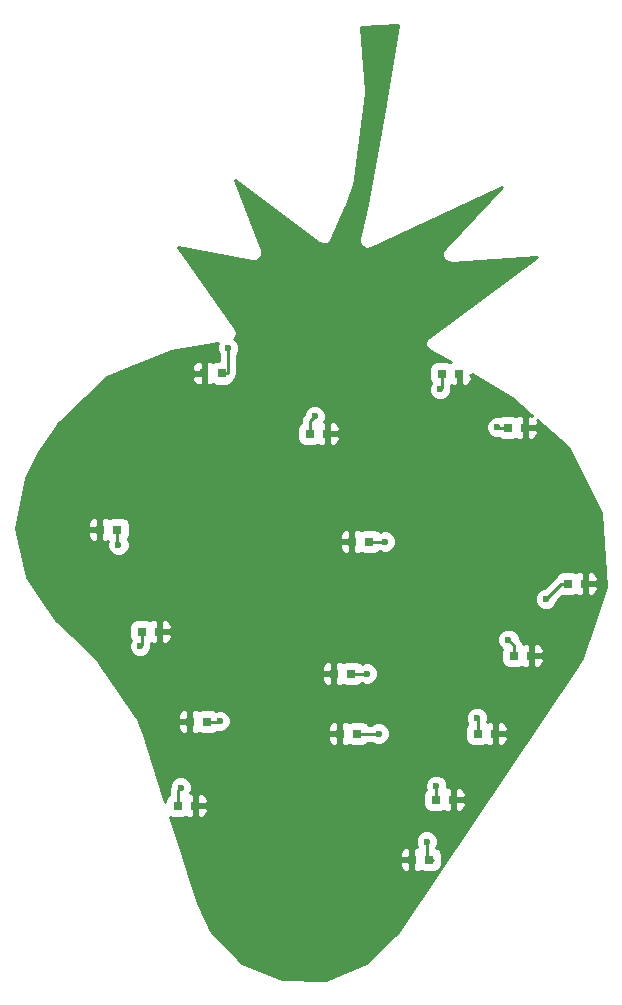
<source format=gbr>
G04 #@! TF.FileFunction,Copper,L2,Bot,Signal*
%FSLAX46Y46*%
G04 Gerber Fmt 4.6, Leading zero omitted, Abs format (unit mm)*
G04 Created by KiCad (PCBNEW 4.0.4-snap1-stable) date Wed May  1 15:14:01 2019*
%MOMM*%
%LPD*%
G01*
G04 APERTURE LIST*
%ADD10C,0.100000*%
%ADD11R,0.797560X0.797560*%
%ADD12C,1.143000*%
%ADD13C,0.600000*%
%ADD14C,0.250000*%
%ADD15C,0.254000*%
G04 APERTURE END LIST*
D10*
D11*
X140982700Y-144272000D03*
X142481300Y-144272000D03*
X174002700Y-125476000D03*
X175501300Y-125476000D03*
X162293300Y-148844000D03*
X160794700Y-148844000D03*
X144716500Y-107670600D03*
X143217900Y-107670600D03*
X143497300Y-137160000D03*
X141998700Y-137160000D03*
X169430700Y-131572000D03*
X170929300Y-131572000D03*
X156197300Y-138176000D03*
X154698700Y-138176000D03*
X163334700Y-107696000D03*
X164833300Y-107696000D03*
X137934700Y-129540000D03*
X139433300Y-129540000D03*
X166382700Y-138176000D03*
X167881300Y-138176000D03*
X155689300Y-133096000D03*
X154190700Y-133096000D03*
X168922700Y-112268000D03*
X170421300Y-112268000D03*
X135877300Y-120904000D03*
X134378700Y-120904000D03*
X162826700Y-143764000D03*
X164325300Y-143764000D03*
X157213300Y-121920000D03*
X155714700Y-121920000D03*
X152158700Y-112776000D03*
X153657300Y-112776000D03*
D12*
X157861000Y-79781400D03*
D13*
X149453600Y-121081800D03*
X169849800Y-137591800D03*
X142570200Y-129413000D03*
X160401000Y-140589000D03*
X129540000Y-120904000D03*
X141224000Y-142748000D03*
X172135800Y-126796800D03*
X162052000Y-147320000D03*
X145262600Y-105537000D03*
X144551400Y-137109200D03*
X168986200Y-130225800D03*
X157988000Y-138176000D03*
X163195000Y-109042200D03*
X137795000Y-130784600D03*
X166319200Y-136829800D03*
X156972000Y-133096000D03*
X168046400Y-112242600D03*
X135966200Y-122199400D03*
X162864800Y-142595600D03*
X158496000Y-121920000D03*
X152577800Y-111328200D03*
D14*
X140982700Y-142989300D02*
X140982700Y-144272000D01*
X141224000Y-142748000D02*
X140982700Y-142989300D01*
X173456600Y-125476000D02*
X174002700Y-125476000D01*
X172135800Y-126796800D02*
X173456600Y-125476000D01*
X162052000Y-148844000D02*
X162560000Y-148844000D01*
X162052000Y-147320000D02*
X162052000Y-148844000D01*
X145211800Y-107670600D02*
X144716500Y-107670600D01*
X145211800Y-105587800D02*
X145211800Y-107670600D01*
X145262600Y-105537000D02*
X145211800Y-105587800D01*
X144500600Y-137160000D02*
X143497300Y-137160000D01*
X144551400Y-137109200D02*
X144500600Y-137160000D01*
X169430700Y-130670300D02*
X169430700Y-131572000D01*
X168986200Y-130225800D02*
X169430700Y-130670300D01*
X157988000Y-138176000D02*
X156197300Y-138176000D01*
X163334700Y-108902500D02*
X163334700Y-107696000D01*
X163195000Y-109042200D02*
X163334700Y-108902500D01*
X137934700Y-130644900D02*
X137934700Y-129540000D01*
X137795000Y-130784600D02*
X137934700Y-130644900D01*
X166382700Y-136893300D02*
X166382700Y-138176000D01*
X166319200Y-136829800D02*
X166382700Y-136893300D01*
X156972000Y-133096000D02*
X155689300Y-133096000D01*
X168071800Y-112268000D02*
X168922700Y-112268000D01*
X168046400Y-112242600D02*
X168071800Y-112268000D01*
X135877300Y-122110500D02*
X135877300Y-120904000D01*
X135966200Y-122199400D02*
X135877300Y-122110500D01*
X135877300Y-121145300D02*
X135877300Y-120904000D01*
X162826700Y-142633700D02*
X162826700Y-143764000D01*
X162864800Y-142595600D02*
X162826700Y-142633700D01*
X158496000Y-121920000D02*
X157213300Y-121920000D01*
X152158700Y-111747300D02*
X152158700Y-112776000D01*
X152577800Y-111328200D02*
X152158700Y-111747300D01*
D15*
G36*
X158490156Y-85364336D02*
X156997771Y-93370784D01*
X156354824Y-96305388D01*
X156353121Y-96393503D01*
X156339550Y-96480581D01*
X156350560Y-96525945D01*
X156349658Y-96572612D01*
X156381802Y-96654668D01*
X156402589Y-96740314D01*
X156430119Y-96778008D01*
X156447145Y-96821472D01*
X156508248Y-96884984D01*
X156560225Y-96956152D01*
X156600086Y-96980443D01*
X156632448Y-97014081D01*
X156713203Y-97049375D01*
X156788459Y-97095236D01*
X156834578Y-97102423D01*
X156877352Y-97121118D01*
X156965467Y-97122821D01*
X157052545Y-97136392D01*
X157097909Y-97125382D01*
X157144576Y-97126284D01*
X157226632Y-97094140D01*
X157312278Y-97073353D01*
X168421350Y-91918523D01*
X163536543Y-97162707D01*
X163530824Y-97171960D01*
X163522204Y-97178592D01*
X163460767Y-97285314D01*
X163396027Y-97390063D01*
X163394285Y-97400798D01*
X163388858Y-97410225D01*
X163372936Y-97532348D01*
X163353212Y-97653885D01*
X163355710Y-97664469D01*
X163354304Y-97675256D01*
X163386328Y-97794172D01*
X163414617Y-97914009D01*
X163420977Y-97922833D01*
X163423805Y-97933335D01*
X163498884Y-98030926D01*
X163570892Y-98130834D01*
X163580145Y-98136553D01*
X163586777Y-98145173D01*
X163693499Y-98206610D01*
X163798248Y-98271350D01*
X163808983Y-98273092D01*
X163818410Y-98278519D01*
X163940533Y-98294441D01*
X164062070Y-98314165D01*
X164072654Y-98311667D01*
X164083441Y-98313073D01*
X171371600Y-97826182D01*
X162215971Y-104565253D01*
X162211089Y-104570601D01*
X162204602Y-104573806D01*
X162121174Y-104669089D01*
X162035766Y-104762640D01*
X162033303Y-104769445D01*
X162028535Y-104774891D01*
X161987919Y-104894854D01*
X161944814Y-105013962D01*
X161945143Y-105021194D01*
X161942822Y-105028049D01*
X161951206Y-105154430D01*
X161956963Y-105280959D01*
X161960034Y-105287513D01*
X161960513Y-105294736D01*
X162016614Y-105408271D01*
X162070362Y-105522984D01*
X162075710Y-105527866D01*
X162078915Y-105534353D01*
X162174198Y-105617781D01*
X162267749Y-105703189D01*
X162274554Y-105705652D01*
X162280000Y-105710420D01*
X164089077Y-106752989D01*
X164074822Y-106758893D01*
X164073030Y-106760685D01*
X163985370Y-106700789D01*
X163733480Y-106649780D01*
X162935920Y-106649780D01*
X162700603Y-106694058D01*
X162484479Y-106833130D01*
X162339489Y-107045330D01*
X162288480Y-107297220D01*
X162288480Y-108094780D01*
X162332758Y-108330097D01*
X162431376Y-108483354D01*
X162402808Y-108511873D01*
X162260162Y-108855401D01*
X162259838Y-109227367D01*
X162401883Y-109571143D01*
X162664673Y-109834392D01*
X163008201Y-109977038D01*
X163380167Y-109977362D01*
X163723943Y-109835317D01*
X163987192Y-109572527D01*
X164129838Y-109228999D01*
X164130162Y-108857033D01*
X164094700Y-108771208D01*
X164094700Y-108641341D01*
X164308211Y-108729780D01*
X164547550Y-108729780D01*
X164706300Y-108571030D01*
X164706300Y-107823000D01*
X164686300Y-107823000D01*
X164686300Y-107569000D01*
X164706300Y-107569000D01*
X164706300Y-107549000D01*
X164960300Y-107549000D01*
X164960300Y-107569000D01*
X164980300Y-107569000D01*
X164980300Y-107823000D01*
X164960300Y-107823000D01*
X164960300Y-108571030D01*
X165119050Y-108729780D01*
X165358389Y-108729780D01*
X165591778Y-108633107D01*
X165770407Y-108454479D01*
X165867080Y-108221090D01*
X165867080Y-107981750D01*
X165708332Y-107823002D01*
X165867080Y-107823002D01*
X165867080Y-107777650D01*
X169263806Y-109735179D01*
X171002317Y-111257386D01*
X170946389Y-111234220D01*
X170707050Y-111234220D01*
X170548300Y-111392970D01*
X170548300Y-112141000D01*
X171296330Y-112141000D01*
X171455080Y-111982250D01*
X171455080Y-111742910D01*
X171397176Y-111603117D01*
X174031709Y-113909865D01*
X176808623Y-119529705D01*
X177223536Y-125784436D01*
X175195119Y-131775491D01*
X174621698Y-132694479D01*
X159621713Y-154957220D01*
X156952398Y-157606027D01*
X153536264Y-159005628D01*
X149844567Y-158991391D01*
X146439329Y-157565487D01*
X143824424Y-154930337D01*
X142685976Y-152556445D01*
X141591527Y-149129750D01*
X159760920Y-149129750D01*
X159760920Y-149369090D01*
X159857593Y-149602479D01*
X160036222Y-149781107D01*
X160269611Y-149877780D01*
X160508950Y-149877780D01*
X160667700Y-149719030D01*
X160667700Y-148971000D01*
X159919670Y-148971000D01*
X159760920Y-149129750D01*
X141591527Y-149129750D01*
X141332554Y-148318910D01*
X159760920Y-148318910D01*
X159760920Y-148558250D01*
X159919670Y-148717000D01*
X160667700Y-148717000D01*
X160667700Y-147968970D01*
X160921700Y-147968970D01*
X160921700Y-148717000D01*
X160941700Y-148717000D01*
X160941700Y-148971000D01*
X160921700Y-148971000D01*
X160921700Y-149719030D01*
X161080450Y-149877780D01*
X161319789Y-149877780D01*
X161553178Y-149781107D01*
X161554970Y-149779315D01*
X161642630Y-149839211D01*
X161894520Y-149890220D01*
X162692080Y-149890220D01*
X162927397Y-149845942D01*
X163143521Y-149706870D01*
X163288511Y-149494670D01*
X163339520Y-149242780D01*
X163339520Y-148445220D01*
X163295242Y-148209903D01*
X163156170Y-147993779D01*
X162943970Y-147848789D01*
X162852520Y-147830270D01*
X162986838Y-147506799D01*
X162987162Y-147134833D01*
X162845117Y-146791057D01*
X162582327Y-146527808D01*
X162238799Y-146385162D01*
X161866833Y-146384838D01*
X161523057Y-146526883D01*
X161259808Y-146789673D01*
X161117162Y-147133201D01*
X161116838Y-147505167D01*
X161242883Y-147810220D01*
X161080450Y-147810220D01*
X160921700Y-147968970D01*
X160667700Y-147968970D01*
X160508950Y-147810220D01*
X160269611Y-147810220D01*
X160036222Y-147906893D01*
X159857593Y-148085521D01*
X159760920Y-148318910D01*
X141332554Y-148318910D01*
X140359660Y-145272806D01*
X140583920Y-145318220D01*
X141381480Y-145318220D01*
X141616797Y-145273942D01*
X141720759Y-145207044D01*
X141722822Y-145209107D01*
X141956211Y-145305780D01*
X142195550Y-145305780D01*
X142354300Y-145147030D01*
X142354300Y-144399000D01*
X142608300Y-144399000D01*
X142608300Y-145147030D01*
X142767050Y-145305780D01*
X143006389Y-145305780D01*
X143239778Y-145209107D01*
X143418407Y-145030479D01*
X143515080Y-144797090D01*
X143515080Y-144557750D01*
X143356330Y-144399000D01*
X142608300Y-144399000D01*
X142354300Y-144399000D01*
X142334300Y-144399000D01*
X142334300Y-144145000D01*
X142354300Y-144145000D01*
X142354300Y-143396970D01*
X142608300Y-143396970D01*
X142608300Y-144145000D01*
X143356330Y-144145000D01*
X143515080Y-143986250D01*
X143515080Y-143746910D01*
X143418407Y-143513521D01*
X143270106Y-143365220D01*
X161780480Y-143365220D01*
X161780480Y-144162780D01*
X161824758Y-144398097D01*
X161963830Y-144614221D01*
X162176030Y-144759211D01*
X162427920Y-144810220D01*
X163225480Y-144810220D01*
X163460797Y-144765942D01*
X163564759Y-144699044D01*
X163566822Y-144701107D01*
X163800211Y-144797780D01*
X164039550Y-144797780D01*
X164198300Y-144639030D01*
X164198300Y-143891000D01*
X164452300Y-143891000D01*
X164452300Y-144639030D01*
X164611050Y-144797780D01*
X164850389Y-144797780D01*
X165083778Y-144701107D01*
X165262407Y-144522479D01*
X165359080Y-144289090D01*
X165359080Y-144049750D01*
X165200330Y-143891000D01*
X164452300Y-143891000D01*
X164198300Y-143891000D01*
X164178300Y-143891000D01*
X164178300Y-143637000D01*
X164198300Y-143637000D01*
X164198300Y-142888970D01*
X164452300Y-142888970D01*
X164452300Y-143637000D01*
X165200330Y-143637000D01*
X165359080Y-143478250D01*
X165359080Y-143238910D01*
X165262407Y-143005521D01*
X165083778Y-142826893D01*
X164850389Y-142730220D01*
X164611050Y-142730220D01*
X164452300Y-142888970D01*
X164198300Y-142888970D01*
X164039550Y-142730220D01*
X163800211Y-142730220D01*
X163799683Y-142730439D01*
X163799962Y-142410433D01*
X163657917Y-142066657D01*
X163395127Y-141803408D01*
X163051599Y-141660762D01*
X162679633Y-141660438D01*
X162335857Y-141802483D01*
X162072608Y-142065273D01*
X161929962Y-142408801D01*
X161929638Y-142780767D01*
X161978763Y-142899660D01*
X161976479Y-142901130D01*
X161831489Y-143113330D01*
X161780480Y-143365220D01*
X143270106Y-143365220D01*
X143239778Y-143334893D01*
X143006389Y-143238220D01*
X142767050Y-143238220D01*
X142608300Y-143396970D01*
X142354300Y-143396970D01*
X142195550Y-143238220D01*
X142032846Y-143238220D01*
X142158838Y-142934799D01*
X142159162Y-142562833D01*
X142017117Y-142219057D01*
X141754327Y-141955808D01*
X141410799Y-141813162D01*
X141038833Y-141812838D01*
X140695057Y-141954883D01*
X140431808Y-142217673D01*
X140289162Y-142561201D01*
X140289054Y-142685738D01*
X140280552Y-142698461D01*
X140222700Y-142989300D01*
X140222700Y-143351074D01*
X140132479Y-143409130D01*
X139987489Y-143621330D01*
X139936480Y-143873220D01*
X139936480Y-143947840D01*
X138218201Y-138567951D01*
X138210029Y-138553186D01*
X138207318Y-138536529D01*
X138179368Y-138461750D01*
X153664920Y-138461750D01*
X153664920Y-138701090D01*
X153761593Y-138934479D01*
X153940222Y-139113107D01*
X154173611Y-139209780D01*
X154412950Y-139209780D01*
X154571700Y-139051030D01*
X154571700Y-138303000D01*
X153823670Y-138303000D01*
X153664920Y-138461750D01*
X138179368Y-138461750D01*
X137799610Y-137445750D01*
X140964920Y-137445750D01*
X140964920Y-137685090D01*
X141061593Y-137918479D01*
X141240222Y-138097107D01*
X141473611Y-138193780D01*
X141712950Y-138193780D01*
X141871700Y-138035030D01*
X141871700Y-137287000D01*
X141123670Y-137287000D01*
X140964920Y-137445750D01*
X137799610Y-137445750D01*
X137672164Y-137104783D01*
X137628024Y-137033439D01*
X137594870Y-136956368D01*
X137373722Y-136634910D01*
X140964920Y-136634910D01*
X140964920Y-136874250D01*
X141123670Y-137033000D01*
X141871700Y-137033000D01*
X141871700Y-136284970D01*
X142125700Y-136284970D01*
X142125700Y-137033000D01*
X142145700Y-137033000D01*
X142145700Y-137287000D01*
X142125700Y-137287000D01*
X142125700Y-138035030D01*
X142284450Y-138193780D01*
X142523789Y-138193780D01*
X142757178Y-138097107D01*
X142758970Y-138095315D01*
X142846630Y-138155211D01*
X143098520Y-138206220D01*
X143896080Y-138206220D01*
X144131397Y-138161942D01*
X144334226Y-138031425D01*
X144364601Y-138044038D01*
X144736567Y-138044362D01*
X145080343Y-137902317D01*
X145332189Y-137650910D01*
X153664920Y-137650910D01*
X153664920Y-137890250D01*
X153823670Y-138049000D01*
X154571700Y-138049000D01*
X154571700Y-137300970D01*
X154825700Y-137300970D01*
X154825700Y-138049000D01*
X154845700Y-138049000D01*
X154845700Y-138303000D01*
X154825700Y-138303000D01*
X154825700Y-139051030D01*
X154984450Y-139209780D01*
X155223789Y-139209780D01*
X155457178Y-139113107D01*
X155458970Y-139111315D01*
X155546630Y-139171211D01*
X155798520Y-139222220D01*
X156596080Y-139222220D01*
X156831397Y-139177942D01*
X157047521Y-139038870D01*
X157117809Y-138936000D01*
X157425537Y-138936000D01*
X157457673Y-138968192D01*
X157801201Y-139110838D01*
X158173167Y-139111162D01*
X158516943Y-138969117D01*
X158780192Y-138706327D01*
X158922838Y-138362799D01*
X158923162Y-137990833D01*
X158834900Y-137777220D01*
X165336480Y-137777220D01*
X165336480Y-138574780D01*
X165380758Y-138810097D01*
X165519830Y-139026221D01*
X165732030Y-139171211D01*
X165983920Y-139222220D01*
X166781480Y-139222220D01*
X167016797Y-139177942D01*
X167120759Y-139111044D01*
X167122822Y-139113107D01*
X167356211Y-139209780D01*
X167595550Y-139209780D01*
X167754300Y-139051030D01*
X167754300Y-138303000D01*
X168008300Y-138303000D01*
X168008300Y-139051030D01*
X168167050Y-139209780D01*
X168406389Y-139209780D01*
X168639778Y-139113107D01*
X168818407Y-138934479D01*
X168915080Y-138701090D01*
X168915080Y-138461750D01*
X168756330Y-138303000D01*
X168008300Y-138303000D01*
X167754300Y-138303000D01*
X167734300Y-138303000D01*
X167734300Y-138049000D01*
X167754300Y-138049000D01*
X167754300Y-137300970D01*
X168008300Y-137300970D01*
X168008300Y-138049000D01*
X168756330Y-138049000D01*
X168915080Y-137890250D01*
X168915080Y-137650910D01*
X168818407Y-137417521D01*
X168639778Y-137238893D01*
X168406389Y-137142220D01*
X168167050Y-137142220D01*
X168008300Y-137300970D01*
X167754300Y-137300970D01*
X167595550Y-137142220D01*
X167356211Y-137142220D01*
X167169816Y-137219427D01*
X167254038Y-137016599D01*
X167254362Y-136644633D01*
X167112317Y-136300857D01*
X166849527Y-136037608D01*
X166505999Y-135894962D01*
X166134033Y-135894638D01*
X165790257Y-136036683D01*
X165527008Y-136299473D01*
X165384362Y-136643001D01*
X165384038Y-137014967D01*
X165516749Y-137336152D01*
X165387489Y-137525330D01*
X165336480Y-137777220D01*
X158834900Y-137777220D01*
X158781117Y-137647057D01*
X158518327Y-137383808D01*
X158174799Y-137241162D01*
X157802833Y-137240838D01*
X157459057Y-137382883D01*
X157425882Y-137416000D01*
X157118226Y-137416000D01*
X157060170Y-137325779D01*
X156847970Y-137180789D01*
X156596080Y-137129780D01*
X155798520Y-137129780D01*
X155563203Y-137174058D01*
X155459241Y-137240956D01*
X155457178Y-137238893D01*
X155223789Y-137142220D01*
X154984450Y-137142220D01*
X154825700Y-137300970D01*
X154571700Y-137300970D01*
X154412950Y-137142220D01*
X154173611Y-137142220D01*
X153940222Y-137238893D01*
X153761593Y-137417521D01*
X153664920Y-137650910D01*
X145332189Y-137650910D01*
X145343592Y-137639527D01*
X145486238Y-137295999D01*
X145486562Y-136924033D01*
X145344517Y-136580257D01*
X145081727Y-136317008D01*
X144738199Y-136174362D01*
X144366233Y-136174038D01*
X144238656Y-136226752D01*
X144147970Y-136164789D01*
X143896080Y-136113780D01*
X143098520Y-136113780D01*
X142863203Y-136158058D01*
X142759241Y-136224956D01*
X142757178Y-136222893D01*
X142523789Y-136126220D01*
X142284450Y-136126220D01*
X142125700Y-136284970D01*
X141871700Y-136284970D01*
X141712950Y-136126220D01*
X141473611Y-136126220D01*
X141240222Y-136222893D01*
X141061593Y-136401521D01*
X140964920Y-136634910D01*
X137373722Y-136634910D01*
X135135695Y-133381750D01*
X153156920Y-133381750D01*
X153156920Y-133621090D01*
X153253593Y-133854479D01*
X153432222Y-134033107D01*
X153665611Y-134129780D01*
X153904950Y-134129780D01*
X154063700Y-133971030D01*
X154063700Y-133223000D01*
X153315670Y-133223000D01*
X153156920Y-133381750D01*
X135135695Y-133381750D01*
X134577874Y-132570910D01*
X153156920Y-132570910D01*
X153156920Y-132810250D01*
X153315670Y-132969000D01*
X154063700Y-132969000D01*
X154063700Y-132220970D01*
X154317700Y-132220970D01*
X154317700Y-132969000D01*
X154337700Y-132969000D01*
X154337700Y-133223000D01*
X154317700Y-133223000D01*
X154317700Y-133971030D01*
X154476450Y-134129780D01*
X154715789Y-134129780D01*
X154949178Y-134033107D01*
X154950970Y-134031315D01*
X155038630Y-134091211D01*
X155290520Y-134142220D01*
X156088080Y-134142220D01*
X156323397Y-134097942D01*
X156539521Y-133958870D01*
X156555514Y-133935463D01*
X156785201Y-134030838D01*
X157157167Y-134031162D01*
X157500943Y-133889117D01*
X157764192Y-133626327D01*
X157906838Y-133282799D01*
X157907162Y-132910833D01*
X157765117Y-132567057D01*
X157502327Y-132303808D01*
X157158799Y-132161162D01*
X156786833Y-132160838D01*
X156558280Y-132255274D01*
X156552170Y-132245779D01*
X156339970Y-132100789D01*
X156088080Y-132049780D01*
X155290520Y-132049780D01*
X155055203Y-132094058D01*
X154951241Y-132160956D01*
X154949178Y-132158893D01*
X154715789Y-132062220D01*
X154476450Y-132062220D01*
X154317700Y-132220970D01*
X154063700Y-132220970D01*
X153904950Y-132062220D01*
X153665611Y-132062220D01*
X153432222Y-132158893D01*
X153253593Y-132337521D01*
X153156920Y-132570910D01*
X134577874Y-132570910D01*
X134112234Y-131894064D01*
X134063890Y-131847012D01*
X134025648Y-131791424D01*
X133181421Y-130969767D01*
X136859838Y-130969767D01*
X137001883Y-131313543D01*
X137264673Y-131576792D01*
X137608201Y-131719438D01*
X137980167Y-131719762D01*
X138323943Y-131577717D01*
X138587192Y-131314927D01*
X138729838Y-130971399D01*
X138730162Y-130599433D01*
X138694700Y-130513608D01*
X138694700Y-130485341D01*
X138908211Y-130573780D01*
X139147550Y-130573780D01*
X139306300Y-130415030D01*
X139306300Y-129667000D01*
X139560300Y-129667000D01*
X139560300Y-130415030D01*
X139719050Y-130573780D01*
X139958389Y-130573780D01*
X140191778Y-130477107D01*
X140257918Y-130410967D01*
X168051038Y-130410967D01*
X168193083Y-130754743D01*
X168422653Y-130984714D01*
X168384480Y-131173220D01*
X168384480Y-131970780D01*
X168428758Y-132206097D01*
X168567830Y-132422221D01*
X168780030Y-132567211D01*
X169031920Y-132618220D01*
X169829480Y-132618220D01*
X170064797Y-132573942D01*
X170168759Y-132507044D01*
X170170822Y-132509107D01*
X170404211Y-132605780D01*
X170643550Y-132605780D01*
X170802300Y-132447030D01*
X170802300Y-131699000D01*
X171056300Y-131699000D01*
X171056300Y-132447030D01*
X171215050Y-132605780D01*
X171454389Y-132605780D01*
X171687778Y-132509107D01*
X171866407Y-132330479D01*
X171963080Y-132097090D01*
X171963080Y-131857750D01*
X171804330Y-131699000D01*
X171056300Y-131699000D01*
X170802300Y-131699000D01*
X170782300Y-131699000D01*
X170782300Y-131445000D01*
X170802300Y-131445000D01*
X170802300Y-130696970D01*
X171056300Y-130696970D01*
X171056300Y-131445000D01*
X171804330Y-131445000D01*
X171963080Y-131286250D01*
X171963080Y-131046910D01*
X171866407Y-130813521D01*
X171687778Y-130634893D01*
X171454389Y-130538220D01*
X171215050Y-130538220D01*
X171056300Y-130696970D01*
X170802300Y-130696970D01*
X170643550Y-130538220D01*
X170404211Y-130538220D01*
X170182680Y-130629981D01*
X170132848Y-130379461D01*
X169968101Y-130132899D01*
X169921322Y-130086120D01*
X169921362Y-130040633D01*
X169779317Y-129696857D01*
X169516527Y-129433608D01*
X169172999Y-129290962D01*
X168801033Y-129290638D01*
X168457257Y-129432683D01*
X168194008Y-129695473D01*
X168051362Y-130039001D01*
X168051038Y-130410967D01*
X140257918Y-130410967D01*
X140370407Y-130298479D01*
X140467080Y-130065090D01*
X140467080Y-129825750D01*
X140308330Y-129667000D01*
X139560300Y-129667000D01*
X139306300Y-129667000D01*
X139286300Y-129667000D01*
X139286300Y-129413000D01*
X139306300Y-129413000D01*
X139306300Y-128664970D01*
X139560300Y-128664970D01*
X139560300Y-129413000D01*
X140308330Y-129413000D01*
X140467080Y-129254250D01*
X140467080Y-129014910D01*
X140370407Y-128781521D01*
X140191778Y-128602893D01*
X139958389Y-128506220D01*
X139719050Y-128506220D01*
X139560300Y-128664970D01*
X139306300Y-128664970D01*
X139147550Y-128506220D01*
X138908211Y-128506220D01*
X138674822Y-128602893D01*
X138673030Y-128604685D01*
X138585370Y-128544789D01*
X138333480Y-128493780D01*
X137535920Y-128493780D01*
X137300603Y-128538058D01*
X137084479Y-128677130D01*
X136939489Y-128889330D01*
X136888480Y-129141220D01*
X136888480Y-129938780D01*
X136932758Y-130174097D01*
X136995569Y-130271707D01*
X136860162Y-130597801D01*
X136859838Y-130969767D01*
X133181421Y-130969767D01*
X130679294Y-128534534D01*
X129611199Y-126981967D01*
X171200638Y-126981967D01*
X171342683Y-127325743D01*
X171605473Y-127588992D01*
X171949001Y-127731638D01*
X172320967Y-127731962D01*
X172664743Y-127589917D01*
X172927992Y-127327127D01*
X173070638Y-126983599D01*
X173070679Y-126936723D01*
X173505178Y-126502224D01*
X173603920Y-126522220D01*
X174401480Y-126522220D01*
X174636797Y-126477942D01*
X174740759Y-126411044D01*
X174742822Y-126413107D01*
X174976211Y-126509780D01*
X175215550Y-126509780D01*
X175374300Y-126351030D01*
X175374300Y-125603000D01*
X175628300Y-125603000D01*
X175628300Y-126351030D01*
X175787050Y-126509780D01*
X176026389Y-126509780D01*
X176259778Y-126413107D01*
X176438407Y-126234479D01*
X176535080Y-126001090D01*
X176535080Y-125761750D01*
X176376330Y-125603000D01*
X175628300Y-125603000D01*
X175374300Y-125603000D01*
X175354300Y-125603000D01*
X175354300Y-125349000D01*
X175374300Y-125349000D01*
X175374300Y-124600970D01*
X175628300Y-124600970D01*
X175628300Y-125349000D01*
X176376330Y-125349000D01*
X176535080Y-125190250D01*
X176535080Y-124950910D01*
X176438407Y-124717521D01*
X176259778Y-124538893D01*
X176026389Y-124442220D01*
X175787050Y-124442220D01*
X175628300Y-124600970D01*
X175374300Y-124600970D01*
X175215550Y-124442220D01*
X174976211Y-124442220D01*
X174742822Y-124538893D01*
X174741030Y-124540685D01*
X174653370Y-124480789D01*
X174401480Y-124429780D01*
X173603920Y-124429780D01*
X173368603Y-124474058D01*
X173152479Y-124613130D01*
X173007489Y-124825330D01*
X172994778Y-124888099D01*
X172919199Y-124938599D01*
X171996120Y-125861678D01*
X171950633Y-125861638D01*
X171606857Y-126003683D01*
X171343608Y-126266473D01*
X171200962Y-126610001D01*
X171200638Y-126981967D01*
X129611199Y-126981967D01*
X128210865Y-124946465D01*
X127410555Y-121189750D01*
X133344920Y-121189750D01*
X133344920Y-121429090D01*
X133441593Y-121662479D01*
X133620222Y-121841107D01*
X133853611Y-121937780D01*
X134092950Y-121937780D01*
X134251700Y-121779030D01*
X134251700Y-121031000D01*
X133503670Y-121031000D01*
X133344920Y-121189750D01*
X127410555Y-121189750D01*
X127317763Y-120754180D01*
X127387137Y-120378910D01*
X133344920Y-120378910D01*
X133344920Y-120618250D01*
X133503670Y-120777000D01*
X134251700Y-120777000D01*
X134251700Y-120028970D01*
X134505700Y-120028970D01*
X134505700Y-120777000D01*
X134525700Y-120777000D01*
X134525700Y-121031000D01*
X134505700Y-121031000D01*
X134505700Y-121779030D01*
X134664450Y-121937780D01*
X134903789Y-121937780D01*
X135095385Y-121858418D01*
X135031362Y-122012601D01*
X135031038Y-122384567D01*
X135173083Y-122728343D01*
X135435873Y-122991592D01*
X135779401Y-123134238D01*
X136151367Y-123134562D01*
X136495143Y-122992517D01*
X136758392Y-122729727D01*
X136901038Y-122386199D01*
X136901195Y-122205750D01*
X154680920Y-122205750D01*
X154680920Y-122445090D01*
X154777593Y-122678479D01*
X154956222Y-122857107D01*
X155189611Y-122953780D01*
X155428950Y-122953780D01*
X155587700Y-122795030D01*
X155587700Y-122047000D01*
X154839670Y-122047000D01*
X154680920Y-122205750D01*
X136901195Y-122205750D01*
X136901362Y-122014233D01*
X136772160Y-121701539D01*
X136872511Y-121554670D01*
X136904863Y-121394910D01*
X154680920Y-121394910D01*
X154680920Y-121634250D01*
X154839670Y-121793000D01*
X155587700Y-121793000D01*
X155587700Y-121044970D01*
X155841700Y-121044970D01*
X155841700Y-121793000D01*
X155861700Y-121793000D01*
X155861700Y-122047000D01*
X155841700Y-122047000D01*
X155841700Y-122795030D01*
X156000450Y-122953780D01*
X156239789Y-122953780D01*
X156473178Y-122857107D01*
X156474970Y-122855315D01*
X156562630Y-122915211D01*
X156814520Y-122966220D01*
X157612080Y-122966220D01*
X157847397Y-122921942D01*
X158063521Y-122782870D01*
X158079514Y-122759463D01*
X158309201Y-122854838D01*
X158681167Y-122855162D01*
X159024943Y-122713117D01*
X159288192Y-122450327D01*
X159430838Y-122106799D01*
X159431162Y-121734833D01*
X159289117Y-121391057D01*
X159026327Y-121127808D01*
X158682799Y-120985162D01*
X158310833Y-120984838D01*
X158082280Y-121079274D01*
X158076170Y-121069779D01*
X157863970Y-120924789D01*
X157612080Y-120873780D01*
X156814520Y-120873780D01*
X156579203Y-120918058D01*
X156475241Y-120984956D01*
X156473178Y-120982893D01*
X156239789Y-120886220D01*
X156000450Y-120886220D01*
X155841700Y-121044970D01*
X155587700Y-121044970D01*
X155428950Y-120886220D01*
X155189611Y-120886220D01*
X154956222Y-120982893D01*
X154777593Y-121161521D01*
X154680920Y-121394910D01*
X136904863Y-121394910D01*
X136923520Y-121302780D01*
X136923520Y-120505220D01*
X136879242Y-120269903D01*
X136740170Y-120053779D01*
X136527970Y-119908789D01*
X136276080Y-119857780D01*
X135478520Y-119857780D01*
X135243203Y-119902058D01*
X135139241Y-119968956D01*
X135137178Y-119966893D01*
X134903789Y-119870220D01*
X134664450Y-119870220D01*
X134505700Y-120028970D01*
X134251700Y-120028970D01*
X134092950Y-119870220D01*
X133853611Y-119870220D01*
X133620222Y-119966893D01*
X133441593Y-120145521D01*
X133344920Y-120378910D01*
X127387137Y-120378910D01*
X128102519Y-116509176D01*
X129238008Y-114374996D01*
X130601133Y-112377220D01*
X151112480Y-112377220D01*
X151112480Y-113174780D01*
X151156758Y-113410097D01*
X151295830Y-113626221D01*
X151508030Y-113771211D01*
X151759920Y-113822220D01*
X152557480Y-113822220D01*
X152792797Y-113777942D01*
X152896759Y-113711044D01*
X152898822Y-113713107D01*
X153132211Y-113809780D01*
X153371550Y-113809780D01*
X153530300Y-113651030D01*
X153530300Y-112903000D01*
X153784300Y-112903000D01*
X153784300Y-113651030D01*
X153943050Y-113809780D01*
X154182389Y-113809780D01*
X154415778Y-113713107D01*
X154594407Y-113534479D01*
X154691080Y-113301090D01*
X154691080Y-113061750D01*
X154532330Y-112903000D01*
X153784300Y-112903000D01*
X153530300Y-112903000D01*
X153510300Y-112903000D01*
X153510300Y-112649000D01*
X153530300Y-112649000D01*
X153530300Y-111900970D01*
X153784300Y-111900970D01*
X153784300Y-112649000D01*
X154532330Y-112649000D01*
X154691080Y-112490250D01*
X154691080Y-112427767D01*
X167111238Y-112427767D01*
X167253283Y-112771543D01*
X167516073Y-113034792D01*
X167859601Y-113177438D01*
X168146863Y-113177688D01*
X168272030Y-113263211D01*
X168523920Y-113314220D01*
X169321480Y-113314220D01*
X169556797Y-113269942D01*
X169660759Y-113203044D01*
X169662822Y-113205107D01*
X169896211Y-113301780D01*
X170135550Y-113301780D01*
X170294300Y-113143030D01*
X170294300Y-112395000D01*
X170548300Y-112395000D01*
X170548300Y-113143030D01*
X170707050Y-113301780D01*
X170946389Y-113301780D01*
X171179778Y-113205107D01*
X171358407Y-113026479D01*
X171455080Y-112793090D01*
X171455080Y-112553750D01*
X171296330Y-112395000D01*
X170548300Y-112395000D01*
X170294300Y-112395000D01*
X170274300Y-112395000D01*
X170274300Y-112141000D01*
X170294300Y-112141000D01*
X170294300Y-111392970D01*
X170135550Y-111234220D01*
X169896211Y-111234220D01*
X169662822Y-111330893D01*
X169661030Y-111332685D01*
X169573370Y-111272789D01*
X169321480Y-111221780D01*
X168523920Y-111221780D01*
X168288603Y-111266058D01*
X168223806Y-111307754D01*
X167861233Y-111307438D01*
X167517457Y-111449483D01*
X167254208Y-111712273D01*
X167111562Y-112055801D01*
X167111238Y-112427767D01*
X154691080Y-112427767D01*
X154691080Y-112250910D01*
X154594407Y-112017521D01*
X154415778Y-111838893D01*
X154182389Y-111742220D01*
X153943050Y-111742220D01*
X153784300Y-111900970D01*
X153530300Y-111900970D01*
X153404574Y-111775244D01*
X153512638Y-111514999D01*
X153512962Y-111143033D01*
X153370917Y-110799257D01*
X153108127Y-110536008D01*
X152764599Y-110393362D01*
X152392633Y-110393038D01*
X152048857Y-110535083D01*
X151785608Y-110797873D01*
X151642962Y-111141401D01*
X151642921Y-111188277D01*
X151621299Y-111209899D01*
X151456552Y-111456461D01*
X151398700Y-111747300D01*
X151398700Y-111855074D01*
X151308479Y-111913130D01*
X151163489Y-112125330D01*
X151112480Y-112377220D01*
X130601133Y-112377220D01*
X130854302Y-112006180D01*
X134954206Y-107985162D01*
X135025721Y-107956350D01*
X142184120Y-107956350D01*
X142184120Y-108195690D01*
X142280793Y-108429079D01*
X142459422Y-108607707D01*
X142692811Y-108704380D01*
X142932150Y-108704380D01*
X143090900Y-108545630D01*
X143090900Y-107797600D01*
X142342870Y-107797600D01*
X142184120Y-107956350D01*
X135025721Y-107956350D01*
X137038336Y-107145510D01*
X142184120Y-107145510D01*
X142184120Y-107384850D01*
X142342870Y-107543600D01*
X143090900Y-107543600D01*
X143090900Y-106795570D01*
X142932150Y-106636820D01*
X142692811Y-106636820D01*
X142459422Y-106733493D01*
X142280793Y-106912121D01*
X142184120Y-107145510D01*
X137038336Y-107145510D01*
X140278663Y-105840051D01*
X140407805Y-105816556D01*
X144426193Y-105113153D01*
X144327762Y-105350201D01*
X144327438Y-105722167D01*
X144451800Y-106023147D01*
X144451800Y-106624380D01*
X144317720Y-106624380D01*
X144082403Y-106668658D01*
X143978441Y-106735556D01*
X143976378Y-106733493D01*
X143742989Y-106636820D01*
X143503650Y-106636820D01*
X143344900Y-106795570D01*
X143344900Y-107543600D01*
X143364900Y-107543600D01*
X143364900Y-107797600D01*
X143344900Y-107797600D01*
X143344900Y-108545630D01*
X143503650Y-108704380D01*
X143742989Y-108704380D01*
X143976378Y-108607707D01*
X143978170Y-108605915D01*
X144065830Y-108665811D01*
X144317720Y-108716820D01*
X145115280Y-108716820D01*
X145350597Y-108672542D01*
X145566721Y-108533470D01*
X145711711Y-108321270D01*
X145732371Y-108219246D01*
X145749201Y-108208001D01*
X145913948Y-107961439D01*
X145971800Y-107670600D01*
X145971800Y-106150174D01*
X146054792Y-106067327D01*
X146197438Y-105723799D01*
X146197762Y-105351833D01*
X146055717Y-105008057D01*
X145792927Y-104744808D01*
X145772149Y-104736180D01*
X145852052Y-104659880D01*
X145858523Y-104645224D01*
X145869586Y-104633639D01*
X145912278Y-104523464D01*
X145959999Y-104415375D01*
X145960368Y-104399360D01*
X145966157Y-104384422D01*
X145963438Y-104266290D01*
X145966162Y-104148172D01*
X145960375Y-104133235D01*
X145960006Y-104117219D01*
X145912283Y-104009112D01*
X145869601Y-103898951D01*
X145858540Y-103887368D01*
X145852069Y-103872709D01*
X140987483Y-96943085D01*
X147306398Y-98157924D01*
X147359684Y-98157582D01*
X147411548Y-98169816D01*
X147492080Y-98156733D01*
X147573667Y-98156210D01*
X147622766Y-98135503D01*
X147675363Y-98126958D01*
X147744759Y-98084052D01*
X147819934Y-98052347D01*
X147857371Y-98014427D01*
X147902695Y-97986404D01*
X147950389Y-97920207D01*
X148007709Y-97862148D01*
X148027785Y-97812788D01*
X148058935Y-97769554D01*
X148077666Y-97690146D01*
X148108405Y-97614569D01*
X148108063Y-97561282D01*
X148120297Y-97509419D01*
X148107214Y-97428887D01*
X148106691Y-97347301D01*
X148085984Y-97298202D01*
X148077439Y-97245604D01*
X145871412Y-91338220D01*
X152958367Y-96632000D01*
X153028962Y-96665685D01*
X153093092Y-96710488D01*
X153148442Y-96722697D01*
X153199587Y-96747101D01*
X153277699Y-96751207D01*
X153354092Y-96768057D01*
X153409896Y-96758156D01*
X153466492Y-96761131D01*
X153540232Y-96735031D01*
X153617256Y-96721365D01*
X153665025Y-96690861D01*
X153718448Y-96671952D01*
X153776586Y-96619620D01*
X153842518Y-96577518D01*
X153874976Y-96531057D01*
X153917099Y-96493142D01*
X153950784Y-96422547D01*
X153995587Y-96358417D01*
X155182421Y-93653299D01*
X155185756Y-93638180D01*
X155194046Y-93625111D01*
X155846236Y-91938276D01*
X155860409Y-91856967D01*
X155886718Y-91778737D01*
X156899318Y-83915195D01*
X156894715Y-83847888D01*
X156903332Y-83780971D01*
X156534289Y-78384762D01*
X159596359Y-78185147D01*
X158490156Y-85364336D01*
X158490156Y-85364336D01*
G37*
X158490156Y-85364336D02*
X156997771Y-93370784D01*
X156354824Y-96305388D01*
X156353121Y-96393503D01*
X156339550Y-96480581D01*
X156350560Y-96525945D01*
X156349658Y-96572612D01*
X156381802Y-96654668D01*
X156402589Y-96740314D01*
X156430119Y-96778008D01*
X156447145Y-96821472D01*
X156508248Y-96884984D01*
X156560225Y-96956152D01*
X156600086Y-96980443D01*
X156632448Y-97014081D01*
X156713203Y-97049375D01*
X156788459Y-97095236D01*
X156834578Y-97102423D01*
X156877352Y-97121118D01*
X156965467Y-97122821D01*
X157052545Y-97136392D01*
X157097909Y-97125382D01*
X157144576Y-97126284D01*
X157226632Y-97094140D01*
X157312278Y-97073353D01*
X168421350Y-91918523D01*
X163536543Y-97162707D01*
X163530824Y-97171960D01*
X163522204Y-97178592D01*
X163460767Y-97285314D01*
X163396027Y-97390063D01*
X163394285Y-97400798D01*
X163388858Y-97410225D01*
X163372936Y-97532348D01*
X163353212Y-97653885D01*
X163355710Y-97664469D01*
X163354304Y-97675256D01*
X163386328Y-97794172D01*
X163414617Y-97914009D01*
X163420977Y-97922833D01*
X163423805Y-97933335D01*
X163498884Y-98030926D01*
X163570892Y-98130834D01*
X163580145Y-98136553D01*
X163586777Y-98145173D01*
X163693499Y-98206610D01*
X163798248Y-98271350D01*
X163808983Y-98273092D01*
X163818410Y-98278519D01*
X163940533Y-98294441D01*
X164062070Y-98314165D01*
X164072654Y-98311667D01*
X164083441Y-98313073D01*
X171371600Y-97826182D01*
X162215971Y-104565253D01*
X162211089Y-104570601D01*
X162204602Y-104573806D01*
X162121174Y-104669089D01*
X162035766Y-104762640D01*
X162033303Y-104769445D01*
X162028535Y-104774891D01*
X161987919Y-104894854D01*
X161944814Y-105013962D01*
X161945143Y-105021194D01*
X161942822Y-105028049D01*
X161951206Y-105154430D01*
X161956963Y-105280959D01*
X161960034Y-105287513D01*
X161960513Y-105294736D01*
X162016614Y-105408271D01*
X162070362Y-105522984D01*
X162075710Y-105527866D01*
X162078915Y-105534353D01*
X162174198Y-105617781D01*
X162267749Y-105703189D01*
X162274554Y-105705652D01*
X162280000Y-105710420D01*
X164089077Y-106752989D01*
X164074822Y-106758893D01*
X164073030Y-106760685D01*
X163985370Y-106700789D01*
X163733480Y-106649780D01*
X162935920Y-106649780D01*
X162700603Y-106694058D01*
X162484479Y-106833130D01*
X162339489Y-107045330D01*
X162288480Y-107297220D01*
X162288480Y-108094780D01*
X162332758Y-108330097D01*
X162431376Y-108483354D01*
X162402808Y-108511873D01*
X162260162Y-108855401D01*
X162259838Y-109227367D01*
X162401883Y-109571143D01*
X162664673Y-109834392D01*
X163008201Y-109977038D01*
X163380167Y-109977362D01*
X163723943Y-109835317D01*
X163987192Y-109572527D01*
X164129838Y-109228999D01*
X164130162Y-108857033D01*
X164094700Y-108771208D01*
X164094700Y-108641341D01*
X164308211Y-108729780D01*
X164547550Y-108729780D01*
X164706300Y-108571030D01*
X164706300Y-107823000D01*
X164686300Y-107823000D01*
X164686300Y-107569000D01*
X164706300Y-107569000D01*
X164706300Y-107549000D01*
X164960300Y-107549000D01*
X164960300Y-107569000D01*
X164980300Y-107569000D01*
X164980300Y-107823000D01*
X164960300Y-107823000D01*
X164960300Y-108571030D01*
X165119050Y-108729780D01*
X165358389Y-108729780D01*
X165591778Y-108633107D01*
X165770407Y-108454479D01*
X165867080Y-108221090D01*
X165867080Y-107981750D01*
X165708332Y-107823002D01*
X165867080Y-107823002D01*
X165867080Y-107777650D01*
X169263806Y-109735179D01*
X171002317Y-111257386D01*
X170946389Y-111234220D01*
X170707050Y-111234220D01*
X170548300Y-111392970D01*
X170548300Y-112141000D01*
X171296330Y-112141000D01*
X171455080Y-111982250D01*
X171455080Y-111742910D01*
X171397176Y-111603117D01*
X174031709Y-113909865D01*
X176808623Y-119529705D01*
X177223536Y-125784436D01*
X175195119Y-131775491D01*
X174621698Y-132694479D01*
X159621713Y-154957220D01*
X156952398Y-157606027D01*
X153536264Y-159005628D01*
X149844567Y-158991391D01*
X146439329Y-157565487D01*
X143824424Y-154930337D01*
X142685976Y-152556445D01*
X141591527Y-149129750D01*
X159760920Y-149129750D01*
X159760920Y-149369090D01*
X159857593Y-149602479D01*
X160036222Y-149781107D01*
X160269611Y-149877780D01*
X160508950Y-149877780D01*
X160667700Y-149719030D01*
X160667700Y-148971000D01*
X159919670Y-148971000D01*
X159760920Y-149129750D01*
X141591527Y-149129750D01*
X141332554Y-148318910D01*
X159760920Y-148318910D01*
X159760920Y-148558250D01*
X159919670Y-148717000D01*
X160667700Y-148717000D01*
X160667700Y-147968970D01*
X160921700Y-147968970D01*
X160921700Y-148717000D01*
X160941700Y-148717000D01*
X160941700Y-148971000D01*
X160921700Y-148971000D01*
X160921700Y-149719030D01*
X161080450Y-149877780D01*
X161319789Y-149877780D01*
X161553178Y-149781107D01*
X161554970Y-149779315D01*
X161642630Y-149839211D01*
X161894520Y-149890220D01*
X162692080Y-149890220D01*
X162927397Y-149845942D01*
X163143521Y-149706870D01*
X163288511Y-149494670D01*
X163339520Y-149242780D01*
X163339520Y-148445220D01*
X163295242Y-148209903D01*
X163156170Y-147993779D01*
X162943970Y-147848789D01*
X162852520Y-147830270D01*
X162986838Y-147506799D01*
X162987162Y-147134833D01*
X162845117Y-146791057D01*
X162582327Y-146527808D01*
X162238799Y-146385162D01*
X161866833Y-146384838D01*
X161523057Y-146526883D01*
X161259808Y-146789673D01*
X161117162Y-147133201D01*
X161116838Y-147505167D01*
X161242883Y-147810220D01*
X161080450Y-147810220D01*
X160921700Y-147968970D01*
X160667700Y-147968970D01*
X160508950Y-147810220D01*
X160269611Y-147810220D01*
X160036222Y-147906893D01*
X159857593Y-148085521D01*
X159760920Y-148318910D01*
X141332554Y-148318910D01*
X140359660Y-145272806D01*
X140583920Y-145318220D01*
X141381480Y-145318220D01*
X141616797Y-145273942D01*
X141720759Y-145207044D01*
X141722822Y-145209107D01*
X141956211Y-145305780D01*
X142195550Y-145305780D01*
X142354300Y-145147030D01*
X142354300Y-144399000D01*
X142608300Y-144399000D01*
X142608300Y-145147030D01*
X142767050Y-145305780D01*
X143006389Y-145305780D01*
X143239778Y-145209107D01*
X143418407Y-145030479D01*
X143515080Y-144797090D01*
X143515080Y-144557750D01*
X143356330Y-144399000D01*
X142608300Y-144399000D01*
X142354300Y-144399000D01*
X142334300Y-144399000D01*
X142334300Y-144145000D01*
X142354300Y-144145000D01*
X142354300Y-143396970D01*
X142608300Y-143396970D01*
X142608300Y-144145000D01*
X143356330Y-144145000D01*
X143515080Y-143986250D01*
X143515080Y-143746910D01*
X143418407Y-143513521D01*
X143270106Y-143365220D01*
X161780480Y-143365220D01*
X161780480Y-144162780D01*
X161824758Y-144398097D01*
X161963830Y-144614221D01*
X162176030Y-144759211D01*
X162427920Y-144810220D01*
X163225480Y-144810220D01*
X163460797Y-144765942D01*
X163564759Y-144699044D01*
X163566822Y-144701107D01*
X163800211Y-144797780D01*
X164039550Y-144797780D01*
X164198300Y-144639030D01*
X164198300Y-143891000D01*
X164452300Y-143891000D01*
X164452300Y-144639030D01*
X164611050Y-144797780D01*
X164850389Y-144797780D01*
X165083778Y-144701107D01*
X165262407Y-144522479D01*
X165359080Y-144289090D01*
X165359080Y-144049750D01*
X165200330Y-143891000D01*
X164452300Y-143891000D01*
X164198300Y-143891000D01*
X164178300Y-143891000D01*
X164178300Y-143637000D01*
X164198300Y-143637000D01*
X164198300Y-142888970D01*
X164452300Y-142888970D01*
X164452300Y-143637000D01*
X165200330Y-143637000D01*
X165359080Y-143478250D01*
X165359080Y-143238910D01*
X165262407Y-143005521D01*
X165083778Y-142826893D01*
X164850389Y-142730220D01*
X164611050Y-142730220D01*
X164452300Y-142888970D01*
X164198300Y-142888970D01*
X164039550Y-142730220D01*
X163800211Y-142730220D01*
X163799683Y-142730439D01*
X163799962Y-142410433D01*
X163657917Y-142066657D01*
X163395127Y-141803408D01*
X163051599Y-141660762D01*
X162679633Y-141660438D01*
X162335857Y-141802483D01*
X162072608Y-142065273D01*
X161929962Y-142408801D01*
X161929638Y-142780767D01*
X161978763Y-142899660D01*
X161976479Y-142901130D01*
X161831489Y-143113330D01*
X161780480Y-143365220D01*
X143270106Y-143365220D01*
X143239778Y-143334893D01*
X143006389Y-143238220D01*
X142767050Y-143238220D01*
X142608300Y-143396970D01*
X142354300Y-143396970D01*
X142195550Y-143238220D01*
X142032846Y-143238220D01*
X142158838Y-142934799D01*
X142159162Y-142562833D01*
X142017117Y-142219057D01*
X141754327Y-141955808D01*
X141410799Y-141813162D01*
X141038833Y-141812838D01*
X140695057Y-141954883D01*
X140431808Y-142217673D01*
X140289162Y-142561201D01*
X140289054Y-142685738D01*
X140280552Y-142698461D01*
X140222700Y-142989300D01*
X140222700Y-143351074D01*
X140132479Y-143409130D01*
X139987489Y-143621330D01*
X139936480Y-143873220D01*
X139936480Y-143947840D01*
X138218201Y-138567951D01*
X138210029Y-138553186D01*
X138207318Y-138536529D01*
X138179368Y-138461750D01*
X153664920Y-138461750D01*
X153664920Y-138701090D01*
X153761593Y-138934479D01*
X153940222Y-139113107D01*
X154173611Y-139209780D01*
X154412950Y-139209780D01*
X154571700Y-139051030D01*
X154571700Y-138303000D01*
X153823670Y-138303000D01*
X153664920Y-138461750D01*
X138179368Y-138461750D01*
X137799610Y-137445750D01*
X140964920Y-137445750D01*
X140964920Y-137685090D01*
X141061593Y-137918479D01*
X141240222Y-138097107D01*
X141473611Y-138193780D01*
X141712950Y-138193780D01*
X141871700Y-138035030D01*
X141871700Y-137287000D01*
X141123670Y-137287000D01*
X140964920Y-137445750D01*
X137799610Y-137445750D01*
X137672164Y-137104783D01*
X137628024Y-137033439D01*
X137594870Y-136956368D01*
X137373722Y-136634910D01*
X140964920Y-136634910D01*
X140964920Y-136874250D01*
X141123670Y-137033000D01*
X141871700Y-137033000D01*
X141871700Y-136284970D01*
X142125700Y-136284970D01*
X142125700Y-137033000D01*
X142145700Y-137033000D01*
X142145700Y-137287000D01*
X142125700Y-137287000D01*
X142125700Y-138035030D01*
X142284450Y-138193780D01*
X142523789Y-138193780D01*
X142757178Y-138097107D01*
X142758970Y-138095315D01*
X142846630Y-138155211D01*
X143098520Y-138206220D01*
X143896080Y-138206220D01*
X144131397Y-138161942D01*
X144334226Y-138031425D01*
X144364601Y-138044038D01*
X144736567Y-138044362D01*
X145080343Y-137902317D01*
X145332189Y-137650910D01*
X153664920Y-137650910D01*
X153664920Y-137890250D01*
X153823670Y-138049000D01*
X154571700Y-138049000D01*
X154571700Y-137300970D01*
X154825700Y-137300970D01*
X154825700Y-138049000D01*
X154845700Y-138049000D01*
X154845700Y-138303000D01*
X154825700Y-138303000D01*
X154825700Y-139051030D01*
X154984450Y-139209780D01*
X155223789Y-139209780D01*
X155457178Y-139113107D01*
X155458970Y-139111315D01*
X155546630Y-139171211D01*
X155798520Y-139222220D01*
X156596080Y-139222220D01*
X156831397Y-139177942D01*
X157047521Y-139038870D01*
X157117809Y-138936000D01*
X157425537Y-138936000D01*
X157457673Y-138968192D01*
X157801201Y-139110838D01*
X158173167Y-139111162D01*
X158516943Y-138969117D01*
X158780192Y-138706327D01*
X158922838Y-138362799D01*
X158923162Y-137990833D01*
X158834900Y-137777220D01*
X165336480Y-137777220D01*
X165336480Y-138574780D01*
X165380758Y-138810097D01*
X165519830Y-139026221D01*
X165732030Y-139171211D01*
X165983920Y-139222220D01*
X166781480Y-139222220D01*
X167016797Y-139177942D01*
X167120759Y-139111044D01*
X167122822Y-139113107D01*
X167356211Y-139209780D01*
X167595550Y-139209780D01*
X167754300Y-139051030D01*
X167754300Y-138303000D01*
X168008300Y-138303000D01*
X168008300Y-139051030D01*
X168167050Y-139209780D01*
X168406389Y-139209780D01*
X168639778Y-139113107D01*
X168818407Y-138934479D01*
X168915080Y-138701090D01*
X168915080Y-138461750D01*
X168756330Y-138303000D01*
X168008300Y-138303000D01*
X167754300Y-138303000D01*
X167734300Y-138303000D01*
X167734300Y-138049000D01*
X167754300Y-138049000D01*
X167754300Y-137300970D01*
X168008300Y-137300970D01*
X168008300Y-138049000D01*
X168756330Y-138049000D01*
X168915080Y-137890250D01*
X168915080Y-137650910D01*
X168818407Y-137417521D01*
X168639778Y-137238893D01*
X168406389Y-137142220D01*
X168167050Y-137142220D01*
X168008300Y-137300970D01*
X167754300Y-137300970D01*
X167595550Y-137142220D01*
X167356211Y-137142220D01*
X167169816Y-137219427D01*
X167254038Y-137016599D01*
X167254362Y-136644633D01*
X167112317Y-136300857D01*
X166849527Y-136037608D01*
X166505999Y-135894962D01*
X166134033Y-135894638D01*
X165790257Y-136036683D01*
X165527008Y-136299473D01*
X165384362Y-136643001D01*
X165384038Y-137014967D01*
X165516749Y-137336152D01*
X165387489Y-137525330D01*
X165336480Y-137777220D01*
X158834900Y-137777220D01*
X158781117Y-137647057D01*
X158518327Y-137383808D01*
X158174799Y-137241162D01*
X157802833Y-137240838D01*
X157459057Y-137382883D01*
X157425882Y-137416000D01*
X157118226Y-137416000D01*
X157060170Y-137325779D01*
X156847970Y-137180789D01*
X156596080Y-137129780D01*
X155798520Y-137129780D01*
X155563203Y-137174058D01*
X155459241Y-137240956D01*
X155457178Y-137238893D01*
X155223789Y-137142220D01*
X154984450Y-137142220D01*
X154825700Y-137300970D01*
X154571700Y-137300970D01*
X154412950Y-137142220D01*
X154173611Y-137142220D01*
X153940222Y-137238893D01*
X153761593Y-137417521D01*
X153664920Y-137650910D01*
X145332189Y-137650910D01*
X145343592Y-137639527D01*
X145486238Y-137295999D01*
X145486562Y-136924033D01*
X145344517Y-136580257D01*
X145081727Y-136317008D01*
X144738199Y-136174362D01*
X144366233Y-136174038D01*
X144238656Y-136226752D01*
X144147970Y-136164789D01*
X143896080Y-136113780D01*
X143098520Y-136113780D01*
X142863203Y-136158058D01*
X142759241Y-136224956D01*
X142757178Y-136222893D01*
X142523789Y-136126220D01*
X142284450Y-136126220D01*
X142125700Y-136284970D01*
X141871700Y-136284970D01*
X141712950Y-136126220D01*
X141473611Y-136126220D01*
X141240222Y-136222893D01*
X141061593Y-136401521D01*
X140964920Y-136634910D01*
X137373722Y-136634910D01*
X135135695Y-133381750D01*
X153156920Y-133381750D01*
X153156920Y-133621090D01*
X153253593Y-133854479D01*
X153432222Y-134033107D01*
X153665611Y-134129780D01*
X153904950Y-134129780D01*
X154063700Y-133971030D01*
X154063700Y-133223000D01*
X153315670Y-133223000D01*
X153156920Y-133381750D01*
X135135695Y-133381750D01*
X134577874Y-132570910D01*
X153156920Y-132570910D01*
X153156920Y-132810250D01*
X153315670Y-132969000D01*
X154063700Y-132969000D01*
X154063700Y-132220970D01*
X154317700Y-132220970D01*
X154317700Y-132969000D01*
X154337700Y-132969000D01*
X154337700Y-133223000D01*
X154317700Y-133223000D01*
X154317700Y-133971030D01*
X154476450Y-134129780D01*
X154715789Y-134129780D01*
X154949178Y-134033107D01*
X154950970Y-134031315D01*
X155038630Y-134091211D01*
X155290520Y-134142220D01*
X156088080Y-134142220D01*
X156323397Y-134097942D01*
X156539521Y-133958870D01*
X156555514Y-133935463D01*
X156785201Y-134030838D01*
X157157167Y-134031162D01*
X157500943Y-133889117D01*
X157764192Y-133626327D01*
X157906838Y-133282799D01*
X157907162Y-132910833D01*
X157765117Y-132567057D01*
X157502327Y-132303808D01*
X157158799Y-132161162D01*
X156786833Y-132160838D01*
X156558280Y-132255274D01*
X156552170Y-132245779D01*
X156339970Y-132100789D01*
X156088080Y-132049780D01*
X155290520Y-132049780D01*
X155055203Y-132094058D01*
X154951241Y-132160956D01*
X154949178Y-132158893D01*
X154715789Y-132062220D01*
X154476450Y-132062220D01*
X154317700Y-132220970D01*
X154063700Y-132220970D01*
X153904950Y-132062220D01*
X153665611Y-132062220D01*
X153432222Y-132158893D01*
X153253593Y-132337521D01*
X153156920Y-132570910D01*
X134577874Y-132570910D01*
X134112234Y-131894064D01*
X134063890Y-131847012D01*
X134025648Y-131791424D01*
X133181421Y-130969767D01*
X136859838Y-130969767D01*
X137001883Y-131313543D01*
X137264673Y-131576792D01*
X137608201Y-131719438D01*
X137980167Y-131719762D01*
X138323943Y-131577717D01*
X138587192Y-131314927D01*
X138729838Y-130971399D01*
X138730162Y-130599433D01*
X138694700Y-130513608D01*
X138694700Y-130485341D01*
X138908211Y-130573780D01*
X139147550Y-130573780D01*
X139306300Y-130415030D01*
X139306300Y-129667000D01*
X139560300Y-129667000D01*
X139560300Y-130415030D01*
X139719050Y-130573780D01*
X139958389Y-130573780D01*
X140191778Y-130477107D01*
X140257918Y-130410967D01*
X168051038Y-130410967D01*
X168193083Y-130754743D01*
X168422653Y-130984714D01*
X168384480Y-131173220D01*
X168384480Y-131970780D01*
X168428758Y-132206097D01*
X168567830Y-132422221D01*
X168780030Y-132567211D01*
X169031920Y-132618220D01*
X169829480Y-132618220D01*
X170064797Y-132573942D01*
X170168759Y-132507044D01*
X170170822Y-132509107D01*
X170404211Y-132605780D01*
X170643550Y-132605780D01*
X170802300Y-132447030D01*
X170802300Y-131699000D01*
X171056300Y-131699000D01*
X171056300Y-132447030D01*
X171215050Y-132605780D01*
X171454389Y-132605780D01*
X171687778Y-132509107D01*
X171866407Y-132330479D01*
X171963080Y-132097090D01*
X171963080Y-131857750D01*
X171804330Y-131699000D01*
X171056300Y-131699000D01*
X170802300Y-131699000D01*
X170782300Y-131699000D01*
X170782300Y-131445000D01*
X170802300Y-131445000D01*
X170802300Y-130696970D01*
X171056300Y-130696970D01*
X171056300Y-131445000D01*
X171804330Y-131445000D01*
X171963080Y-131286250D01*
X171963080Y-131046910D01*
X171866407Y-130813521D01*
X171687778Y-130634893D01*
X171454389Y-130538220D01*
X171215050Y-130538220D01*
X171056300Y-130696970D01*
X170802300Y-130696970D01*
X170643550Y-130538220D01*
X170404211Y-130538220D01*
X170182680Y-130629981D01*
X170132848Y-130379461D01*
X169968101Y-130132899D01*
X169921322Y-130086120D01*
X169921362Y-130040633D01*
X169779317Y-129696857D01*
X169516527Y-129433608D01*
X169172999Y-129290962D01*
X168801033Y-129290638D01*
X168457257Y-129432683D01*
X168194008Y-129695473D01*
X168051362Y-130039001D01*
X168051038Y-130410967D01*
X140257918Y-130410967D01*
X140370407Y-130298479D01*
X140467080Y-130065090D01*
X140467080Y-129825750D01*
X140308330Y-129667000D01*
X139560300Y-129667000D01*
X139306300Y-129667000D01*
X139286300Y-129667000D01*
X139286300Y-129413000D01*
X139306300Y-129413000D01*
X139306300Y-128664970D01*
X139560300Y-128664970D01*
X139560300Y-129413000D01*
X140308330Y-129413000D01*
X140467080Y-129254250D01*
X140467080Y-129014910D01*
X140370407Y-128781521D01*
X140191778Y-128602893D01*
X139958389Y-128506220D01*
X139719050Y-128506220D01*
X139560300Y-128664970D01*
X139306300Y-128664970D01*
X139147550Y-128506220D01*
X138908211Y-128506220D01*
X138674822Y-128602893D01*
X138673030Y-128604685D01*
X138585370Y-128544789D01*
X138333480Y-128493780D01*
X137535920Y-128493780D01*
X137300603Y-128538058D01*
X137084479Y-128677130D01*
X136939489Y-128889330D01*
X136888480Y-129141220D01*
X136888480Y-129938780D01*
X136932758Y-130174097D01*
X136995569Y-130271707D01*
X136860162Y-130597801D01*
X136859838Y-130969767D01*
X133181421Y-130969767D01*
X130679294Y-128534534D01*
X129611199Y-126981967D01*
X171200638Y-126981967D01*
X171342683Y-127325743D01*
X171605473Y-127588992D01*
X171949001Y-127731638D01*
X172320967Y-127731962D01*
X172664743Y-127589917D01*
X172927992Y-127327127D01*
X173070638Y-126983599D01*
X173070679Y-126936723D01*
X173505178Y-126502224D01*
X173603920Y-126522220D01*
X174401480Y-126522220D01*
X174636797Y-126477942D01*
X174740759Y-126411044D01*
X174742822Y-126413107D01*
X174976211Y-126509780D01*
X175215550Y-126509780D01*
X175374300Y-126351030D01*
X175374300Y-125603000D01*
X175628300Y-125603000D01*
X175628300Y-126351030D01*
X175787050Y-126509780D01*
X176026389Y-126509780D01*
X176259778Y-126413107D01*
X176438407Y-126234479D01*
X176535080Y-126001090D01*
X176535080Y-125761750D01*
X176376330Y-125603000D01*
X175628300Y-125603000D01*
X175374300Y-125603000D01*
X175354300Y-125603000D01*
X175354300Y-125349000D01*
X175374300Y-125349000D01*
X175374300Y-124600970D01*
X175628300Y-124600970D01*
X175628300Y-125349000D01*
X176376330Y-125349000D01*
X176535080Y-125190250D01*
X176535080Y-124950910D01*
X176438407Y-124717521D01*
X176259778Y-124538893D01*
X176026389Y-124442220D01*
X175787050Y-124442220D01*
X175628300Y-124600970D01*
X175374300Y-124600970D01*
X175215550Y-124442220D01*
X174976211Y-124442220D01*
X174742822Y-124538893D01*
X174741030Y-124540685D01*
X174653370Y-124480789D01*
X174401480Y-124429780D01*
X173603920Y-124429780D01*
X173368603Y-124474058D01*
X173152479Y-124613130D01*
X173007489Y-124825330D01*
X172994778Y-124888099D01*
X172919199Y-124938599D01*
X171996120Y-125861678D01*
X171950633Y-125861638D01*
X171606857Y-126003683D01*
X171343608Y-126266473D01*
X171200962Y-126610001D01*
X171200638Y-126981967D01*
X129611199Y-126981967D01*
X128210865Y-124946465D01*
X127410555Y-121189750D01*
X133344920Y-121189750D01*
X133344920Y-121429090D01*
X133441593Y-121662479D01*
X133620222Y-121841107D01*
X133853611Y-121937780D01*
X134092950Y-121937780D01*
X134251700Y-121779030D01*
X134251700Y-121031000D01*
X133503670Y-121031000D01*
X133344920Y-121189750D01*
X127410555Y-121189750D01*
X127317763Y-120754180D01*
X127387137Y-120378910D01*
X133344920Y-120378910D01*
X133344920Y-120618250D01*
X133503670Y-120777000D01*
X134251700Y-120777000D01*
X134251700Y-120028970D01*
X134505700Y-120028970D01*
X134505700Y-120777000D01*
X134525700Y-120777000D01*
X134525700Y-121031000D01*
X134505700Y-121031000D01*
X134505700Y-121779030D01*
X134664450Y-121937780D01*
X134903789Y-121937780D01*
X135095385Y-121858418D01*
X135031362Y-122012601D01*
X135031038Y-122384567D01*
X135173083Y-122728343D01*
X135435873Y-122991592D01*
X135779401Y-123134238D01*
X136151367Y-123134562D01*
X136495143Y-122992517D01*
X136758392Y-122729727D01*
X136901038Y-122386199D01*
X136901195Y-122205750D01*
X154680920Y-122205750D01*
X154680920Y-122445090D01*
X154777593Y-122678479D01*
X154956222Y-122857107D01*
X155189611Y-122953780D01*
X155428950Y-122953780D01*
X155587700Y-122795030D01*
X155587700Y-122047000D01*
X154839670Y-122047000D01*
X154680920Y-122205750D01*
X136901195Y-122205750D01*
X136901362Y-122014233D01*
X136772160Y-121701539D01*
X136872511Y-121554670D01*
X136904863Y-121394910D01*
X154680920Y-121394910D01*
X154680920Y-121634250D01*
X154839670Y-121793000D01*
X155587700Y-121793000D01*
X155587700Y-121044970D01*
X155841700Y-121044970D01*
X155841700Y-121793000D01*
X155861700Y-121793000D01*
X155861700Y-122047000D01*
X155841700Y-122047000D01*
X155841700Y-122795030D01*
X156000450Y-122953780D01*
X156239789Y-122953780D01*
X156473178Y-122857107D01*
X156474970Y-122855315D01*
X156562630Y-122915211D01*
X156814520Y-122966220D01*
X157612080Y-122966220D01*
X157847397Y-122921942D01*
X158063521Y-122782870D01*
X158079514Y-122759463D01*
X158309201Y-122854838D01*
X158681167Y-122855162D01*
X159024943Y-122713117D01*
X159288192Y-122450327D01*
X159430838Y-122106799D01*
X159431162Y-121734833D01*
X159289117Y-121391057D01*
X159026327Y-121127808D01*
X158682799Y-120985162D01*
X158310833Y-120984838D01*
X158082280Y-121079274D01*
X158076170Y-121069779D01*
X157863970Y-120924789D01*
X157612080Y-120873780D01*
X156814520Y-120873780D01*
X156579203Y-120918058D01*
X156475241Y-120984956D01*
X156473178Y-120982893D01*
X156239789Y-120886220D01*
X156000450Y-120886220D01*
X155841700Y-121044970D01*
X155587700Y-121044970D01*
X155428950Y-120886220D01*
X155189611Y-120886220D01*
X154956222Y-120982893D01*
X154777593Y-121161521D01*
X154680920Y-121394910D01*
X136904863Y-121394910D01*
X136923520Y-121302780D01*
X136923520Y-120505220D01*
X136879242Y-120269903D01*
X136740170Y-120053779D01*
X136527970Y-119908789D01*
X136276080Y-119857780D01*
X135478520Y-119857780D01*
X135243203Y-119902058D01*
X135139241Y-119968956D01*
X135137178Y-119966893D01*
X134903789Y-119870220D01*
X134664450Y-119870220D01*
X134505700Y-120028970D01*
X134251700Y-120028970D01*
X134092950Y-119870220D01*
X133853611Y-119870220D01*
X133620222Y-119966893D01*
X133441593Y-120145521D01*
X133344920Y-120378910D01*
X127387137Y-120378910D01*
X128102519Y-116509176D01*
X129238008Y-114374996D01*
X130601133Y-112377220D01*
X151112480Y-112377220D01*
X151112480Y-113174780D01*
X151156758Y-113410097D01*
X151295830Y-113626221D01*
X151508030Y-113771211D01*
X151759920Y-113822220D01*
X152557480Y-113822220D01*
X152792797Y-113777942D01*
X152896759Y-113711044D01*
X152898822Y-113713107D01*
X153132211Y-113809780D01*
X153371550Y-113809780D01*
X153530300Y-113651030D01*
X153530300Y-112903000D01*
X153784300Y-112903000D01*
X153784300Y-113651030D01*
X153943050Y-113809780D01*
X154182389Y-113809780D01*
X154415778Y-113713107D01*
X154594407Y-113534479D01*
X154691080Y-113301090D01*
X154691080Y-113061750D01*
X154532330Y-112903000D01*
X153784300Y-112903000D01*
X153530300Y-112903000D01*
X153510300Y-112903000D01*
X153510300Y-112649000D01*
X153530300Y-112649000D01*
X153530300Y-111900970D01*
X153784300Y-111900970D01*
X153784300Y-112649000D01*
X154532330Y-112649000D01*
X154691080Y-112490250D01*
X154691080Y-112427767D01*
X167111238Y-112427767D01*
X167253283Y-112771543D01*
X167516073Y-113034792D01*
X167859601Y-113177438D01*
X168146863Y-113177688D01*
X168272030Y-113263211D01*
X168523920Y-113314220D01*
X169321480Y-113314220D01*
X169556797Y-113269942D01*
X169660759Y-113203044D01*
X169662822Y-113205107D01*
X169896211Y-113301780D01*
X170135550Y-113301780D01*
X170294300Y-113143030D01*
X170294300Y-112395000D01*
X170548300Y-112395000D01*
X170548300Y-113143030D01*
X170707050Y-113301780D01*
X170946389Y-113301780D01*
X171179778Y-113205107D01*
X171358407Y-113026479D01*
X171455080Y-112793090D01*
X171455080Y-112553750D01*
X171296330Y-112395000D01*
X170548300Y-112395000D01*
X170294300Y-112395000D01*
X170274300Y-112395000D01*
X170274300Y-112141000D01*
X170294300Y-112141000D01*
X170294300Y-111392970D01*
X170135550Y-111234220D01*
X169896211Y-111234220D01*
X169662822Y-111330893D01*
X169661030Y-111332685D01*
X169573370Y-111272789D01*
X169321480Y-111221780D01*
X168523920Y-111221780D01*
X168288603Y-111266058D01*
X168223806Y-111307754D01*
X167861233Y-111307438D01*
X167517457Y-111449483D01*
X167254208Y-111712273D01*
X167111562Y-112055801D01*
X167111238Y-112427767D01*
X154691080Y-112427767D01*
X154691080Y-112250910D01*
X154594407Y-112017521D01*
X154415778Y-111838893D01*
X154182389Y-111742220D01*
X153943050Y-111742220D01*
X153784300Y-111900970D01*
X153530300Y-111900970D01*
X153404574Y-111775244D01*
X153512638Y-111514999D01*
X153512962Y-111143033D01*
X153370917Y-110799257D01*
X153108127Y-110536008D01*
X152764599Y-110393362D01*
X152392633Y-110393038D01*
X152048857Y-110535083D01*
X151785608Y-110797873D01*
X151642962Y-111141401D01*
X151642921Y-111188277D01*
X151621299Y-111209899D01*
X151456552Y-111456461D01*
X151398700Y-111747300D01*
X151398700Y-111855074D01*
X151308479Y-111913130D01*
X151163489Y-112125330D01*
X151112480Y-112377220D01*
X130601133Y-112377220D01*
X130854302Y-112006180D01*
X134954206Y-107985162D01*
X135025721Y-107956350D01*
X142184120Y-107956350D01*
X142184120Y-108195690D01*
X142280793Y-108429079D01*
X142459422Y-108607707D01*
X142692811Y-108704380D01*
X142932150Y-108704380D01*
X143090900Y-108545630D01*
X143090900Y-107797600D01*
X142342870Y-107797600D01*
X142184120Y-107956350D01*
X135025721Y-107956350D01*
X137038336Y-107145510D01*
X142184120Y-107145510D01*
X142184120Y-107384850D01*
X142342870Y-107543600D01*
X143090900Y-107543600D01*
X143090900Y-106795570D01*
X142932150Y-106636820D01*
X142692811Y-106636820D01*
X142459422Y-106733493D01*
X142280793Y-106912121D01*
X142184120Y-107145510D01*
X137038336Y-107145510D01*
X140278663Y-105840051D01*
X140407805Y-105816556D01*
X144426193Y-105113153D01*
X144327762Y-105350201D01*
X144327438Y-105722167D01*
X144451800Y-106023147D01*
X144451800Y-106624380D01*
X144317720Y-106624380D01*
X144082403Y-106668658D01*
X143978441Y-106735556D01*
X143976378Y-106733493D01*
X143742989Y-106636820D01*
X143503650Y-106636820D01*
X143344900Y-106795570D01*
X143344900Y-107543600D01*
X143364900Y-107543600D01*
X143364900Y-107797600D01*
X143344900Y-107797600D01*
X143344900Y-108545630D01*
X143503650Y-108704380D01*
X143742989Y-108704380D01*
X143976378Y-108607707D01*
X143978170Y-108605915D01*
X144065830Y-108665811D01*
X144317720Y-108716820D01*
X145115280Y-108716820D01*
X145350597Y-108672542D01*
X145566721Y-108533470D01*
X145711711Y-108321270D01*
X145732371Y-108219246D01*
X145749201Y-108208001D01*
X145913948Y-107961439D01*
X145971800Y-107670600D01*
X145971800Y-106150174D01*
X146054792Y-106067327D01*
X146197438Y-105723799D01*
X146197762Y-105351833D01*
X146055717Y-105008057D01*
X145792927Y-104744808D01*
X145772149Y-104736180D01*
X145852052Y-104659880D01*
X145858523Y-104645224D01*
X145869586Y-104633639D01*
X145912278Y-104523464D01*
X145959999Y-104415375D01*
X145960368Y-104399360D01*
X145966157Y-104384422D01*
X145963438Y-104266290D01*
X145966162Y-104148172D01*
X145960375Y-104133235D01*
X145960006Y-104117219D01*
X145912283Y-104009112D01*
X145869601Y-103898951D01*
X145858540Y-103887368D01*
X145852069Y-103872709D01*
X140987483Y-96943085D01*
X147306398Y-98157924D01*
X147359684Y-98157582D01*
X147411548Y-98169816D01*
X147492080Y-98156733D01*
X147573667Y-98156210D01*
X147622766Y-98135503D01*
X147675363Y-98126958D01*
X147744759Y-98084052D01*
X147819934Y-98052347D01*
X147857371Y-98014427D01*
X147902695Y-97986404D01*
X147950389Y-97920207D01*
X148007709Y-97862148D01*
X148027785Y-97812788D01*
X148058935Y-97769554D01*
X148077666Y-97690146D01*
X148108405Y-97614569D01*
X148108063Y-97561282D01*
X148120297Y-97509419D01*
X148107214Y-97428887D01*
X148106691Y-97347301D01*
X148085984Y-97298202D01*
X148077439Y-97245604D01*
X145871412Y-91338220D01*
X152958367Y-96632000D01*
X153028962Y-96665685D01*
X153093092Y-96710488D01*
X153148442Y-96722697D01*
X153199587Y-96747101D01*
X153277699Y-96751207D01*
X153354092Y-96768057D01*
X153409896Y-96758156D01*
X153466492Y-96761131D01*
X153540232Y-96735031D01*
X153617256Y-96721365D01*
X153665025Y-96690861D01*
X153718448Y-96671952D01*
X153776586Y-96619620D01*
X153842518Y-96577518D01*
X153874976Y-96531057D01*
X153917099Y-96493142D01*
X153950784Y-96422547D01*
X153995587Y-96358417D01*
X155182421Y-93653299D01*
X155185756Y-93638180D01*
X155194046Y-93625111D01*
X155846236Y-91938276D01*
X155860409Y-91856967D01*
X155886718Y-91778737D01*
X156899318Y-83915195D01*
X156894715Y-83847888D01*
X156903332Y-83780971D01*
X156534289Y-78384762D01*
X159596359Y-78185147D01*
X158490156Y-85364336D01*
M02*

</source>
